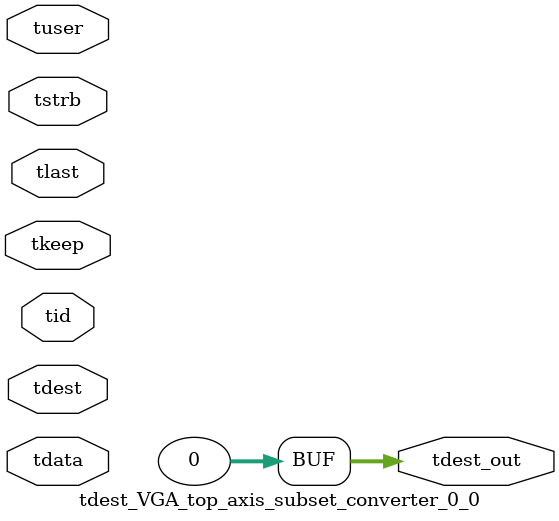
<source format=v>


`timescale 1ps/1ps

module tdest_VGA_top_axis_subset_converter_0_0 #
(
parameter C_S_AXIS_TDATA_WIDTH = 32,
parameter C_S_AXIS_TUSER_WIDTH = 0,
parameter C_S_AXIS_TID_WIDTH   = 0,
parameter C_S_AXIS_TDEST_WIDTH = 0,
parameter C_M_AXIS_TDEST_WIDTH = 32
)
(
input  [(C_S_AXIS_TDATA_WIDTH == 0 ? 1 : C_S_AXIS_TDATA_WIDTH)-1:0     ] tdata,
input  [(C_S_AXIS_TUSER_WIDTH == 0 ? 1 : C_S_AXIS_TUSER_WIDTH)-1:0     ] tuser,
input  [(C_S_AXIS_TID_WIDTH   == 0 ? 1 : C_S_AXIS_TID_WIDTH)-1:0       ] tid,
input  [(C_S_AXIS_TDEST_WIDTH == 0 ? 1 : C_S_AXIS_TDEST_WIDTH)-1:0     ] tdest,
input  [(C_S_AXIS_TDATA_WIDTH/8)-1:0 ] tkeep,
input  [(C_S_AXIS_TDATA_WIDTH/8)-1:0 ] tstrb,
input                                                                    tlast,
output [C_M_AXIS_TDEST_WIDTH-1:0] tdest_out
);

assign tdest_out = {1'b0};

endmodule


</source>
